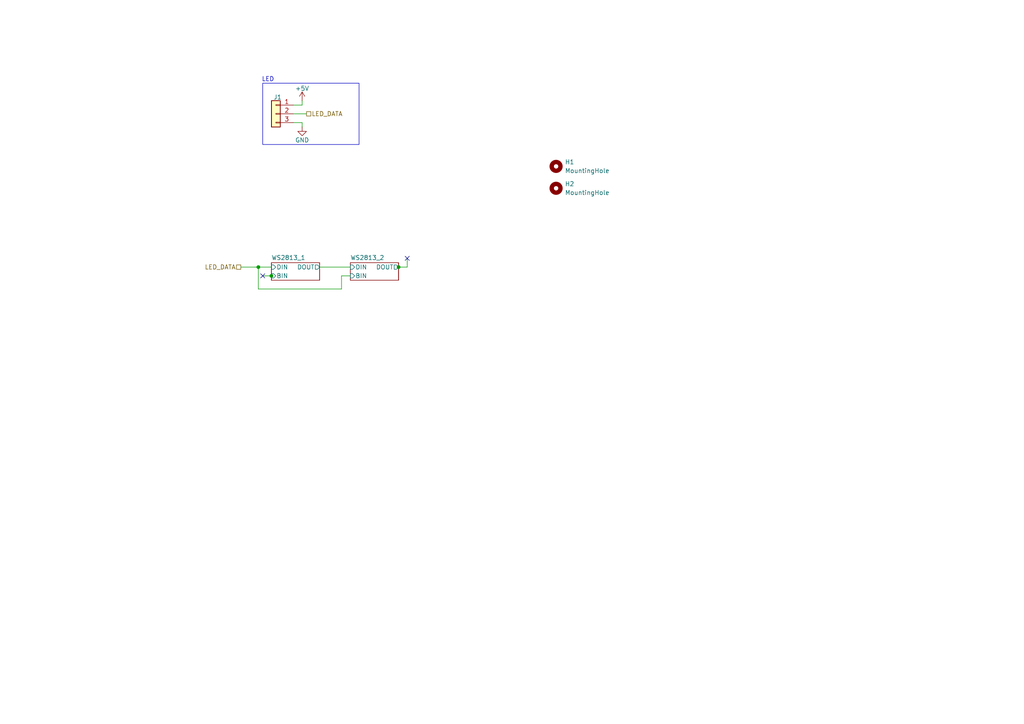
<source format=kicad_sch>
(kicad_sch (version 20250114) (generator "eeschema") (generator_version "9.0")
  (paper "A4")
  (lib_symbols
    (symbol "Connector_Generic:Conn_01x03" (pin_names (offset 1.016) (hide yes))
      (property "Reference" "J1" (at -0.508 4.826 0))
      (symbol "Conn_01x03_1_1"
        (rectangle (start -1.27 3.81) (end 1.27 -3.81) (stroke (width 0.254)) (fill (type background)))
        (rectangle (start -1.27 2.667) (end 0 2.413) (stroke (width 0.1524)))
        (rectangle (start -1.27 0.127) (end 0 -0.127) (stroke (width 0.1524)))
        (rectangle (start -1.27 -2.413) (end 0 -2.667) (stroke (width 0.1524)))
        (pin power_out line (at -5.08 2.54 0) (length 3.81) (name "Pin_1") (number "1"))
        (pin passive line (at -5.08 0 0) (length 3.81) (name "Pin_2") (number "2"))
        (pin power_out line (at -5.08 -2.54 0) (length 3.81) (name "Pin_3") (number "3"))
      )
    )
    (symbol "Mechanical:MountingHole" (pin_names (offset 1.016)) (exclude_from_sim yes) (in_bom no)
      (property "Reference" "H" (at 0 5.08 0))
      (property "Value" "MountingHole" (at 0 3.175 0))
      (symbol "MountingHole_0_1"
        (circle (center 0 0) (radius 1.27) (stroke (width 1.27)))
      )
    )
    (symbol "power:+5V" (power) (pin_numbers (hide yes)) (pin_names (offset 0) (hide yes))
      (property "Value" "+5V" (at 0 3.556 0))
      (symbol "+5V_0_1"
        (polyline (pts (xy -0.762 1.27) (xy 0 2.54)))
        (polyline (pts (xy 0 2.54) (xy 0.762 1.27)))
        (polyline (pts (xy 0 0) (xy 0 2.54)))
      )
      (symbol "+5V_1_1"
        (pin power_in line (at 0 0 90) (length 0) (name "~") (number "1"))
      )
    )
    (symbol "power:GND" (power) (pin_numbers (hide yes)) (pin_names (offset 0) (hide yes))
      (property "Value" "GND" (at 0 -3.81 0))
      (symbol "GND_0_1"
        (polyline (pts (xy 0 0) (xy 0 -1.27) (xy 1.27 -1.27) (xy 0 -2.54) (xy -1.27 -1.27) (xy 0 -1.27)))
      )
      (symbol "GND_1_1"
        (pin power_in line (at 0 0 270) (length 0) (name "~") (number "1"))
      )
    )
  )
  (rectangle (start 76.2 24.13) (end 104.14 41.91))
  (text "LED" (at 77.724 23.114 0) (effects (font (size 1.27 1.27))))
  (junction (at 74.93 77.47))
  (junction (at 78.7111 80.01))
  (junction (at 115.5989 77.47))
  (no_connect (at 76.2 80.01))
  (no_connect (at 118.11 74.93))
  (wire (pts (xy 99.06 80.01) (xy 99.06 83.82)))
  (wire (pts (xy 115.5989 77.47) (xy 118.11 77.47)))
  (wire (pts (xy 88.9 33.02) (xy 85.09 33.02)))
  (wire (pts (xy 87.63 36.83) (xy 87.63 35.56)))
  (wire (pts (xy 87.63 35.56) (xy 85.09 35.56)))
  (wire (pts (xy 115.57 77.47) (xy 115.5989 77.47)))
  (wire (pts (xy 87.63 30.48) (xy 85.09 30.48)))
  (wire (pts (xy 76.2 80.01) (xy 78.7111 80.01)))
  (wire (pts (xy 74.93 83.82) (xy 74.93 77.47)))
  (wire (pts (xy 74.93 77.47) (xy 69.85 77.47)))
  (wire (pts (xy 92.71 77.47) (xy 101.6 77.47)))
  (wire (pts (xy 74.93 83.82) (xy 99.06 83.82)))
  (wire (pts (xy 78.7111 80.01) (xy 78.74 80.01)))
  (wire (pts (xy 101.6 80.01) (xy 99.06 80.01)))
  (wire (pts (xy 78.7111 77.47) (xy 74.93 77.47)))
  (wire (pts (xy 118.11 74.93) (xy 118.11 77.47)))
  (wire (pts (xy 87.63 29.21) (xy 87.63 30.48)))
  (hierarchical_label "LED_DATA" (shape passive) (at 69.85 77.47 180))
  (hierarchical_label "LED_DATA" (shape passive) (at 88.9 33.02 0))
  (symbol (lib_id "Mechanical:MountingHole") (at 161.29 48.26 0) (unit 1) (exclude_from_sim yes) (in_bom no)
    (property "Reference" "H1" (at 163.83 46.9899 0) (effects (justify left)))
    (property "Value" "MountingHole" (at 163.83 49.5299 0) (effects (justify left)))
    (property "Footprint" "MountingHole:MountingHole_3.2mm_M3" (effects (hide yes)))
    (property "Description" "Mounting Hole without connection" (effects (hide yes)))
  )
  (symbol (lib_id "power:GND") (at 87.63 36.83 0) (unit 1)
    (property "Reference" "#PWR096" (effects (hide yes)))
    (property "Value" "GND" (at 87.63 40.64 0))
    (property "Description" "Power symbol creates a global label with name \"GND\" , ground" (effects (hide yes)))
  )
  (symbol (lib_id "power:+5V") (at 87.63 29.21 0) (unit 1)
    (property "Reference" "#PWR095" (effects (hide yes)))
    (property "Value" "+5V" (at 87.63 25.654 0))
    (property "Description" "Power symbol creates a global label with name \"+5V\"" (effects (hide yes)))
  )
  (symbol (lib_id "Mechanical:MountingHole") (at 161.29 54.61 0) (unit 1) (exclude_from_sim yes) (in_bom no)
    (property "Reference" "H2" (at 163.83 53.3399 0) (effects (justify left)))
    (property "Value" "MountingHole" (at 163.83 55.8799 0) (effects (justify left)))
    (property "Footprint" "MountingHole:MountingHole_3.2mm_M3" (effects (hide yes)))
    (property "Description" "Mounting Hole without connection" (effects (hide yes)))
  )
  (symbol (lib_id "Connector_Generic:Conn_01x03") (at 80.01 33.02 0) (mirror y) (unit 1)
    (property "Reference" "J1" (at 80.518 28.194 0))
    (property "Value" "Conn_01x03" (effects (hide yes)))
    (property "Footprint" "Connector_JST:JST_GH_SM03B-GHS-TB_1x03-1MP_P1.25mm_Horizontal" (effects (hide yes)))
    (property "Description" "Generic connector, single row, 01x03, script generated (kicad-library-utils/schlib/autogen/connector/)" (effects (hide yes)))
  )
  (sheet (at 101.6 76.2) (size 13.9989 5.08) (stroke (width 0.1524))
    (property "Sheetname" "WS2813_2" (at 101.6 75.4884 0) (effects (justify left bottom)))
    (property "Sheetfile" "WS2813.kicad_sch" (effects (hide yes)))
    (pin "DIN" input (at 101.6 77.47 180))
    (pin "BIN" input (at 101.6 80.01 180))
    (pin "DOUT" output (at 115.5989 77.47 0))
  )
  (sheet (at 78.7111 76.2) (size 13.9989 5.08) (stroke (width 0.1524))
    (property "Sheetname" "WS2813_1" (at 78.7111 75.4884 0) (effects (justify left bottom)))
    (property "Sheetfile" "WS2813.kicad_sch" (effects (hide yes)))
    (pin "DIN" input (at 78.7111 77.47 180))
    (pin "BIN" input (at 78.7111 80.01 180))
    (pin "DOUT" output (at 92.71 77.47 0))
  )
)
</source>
